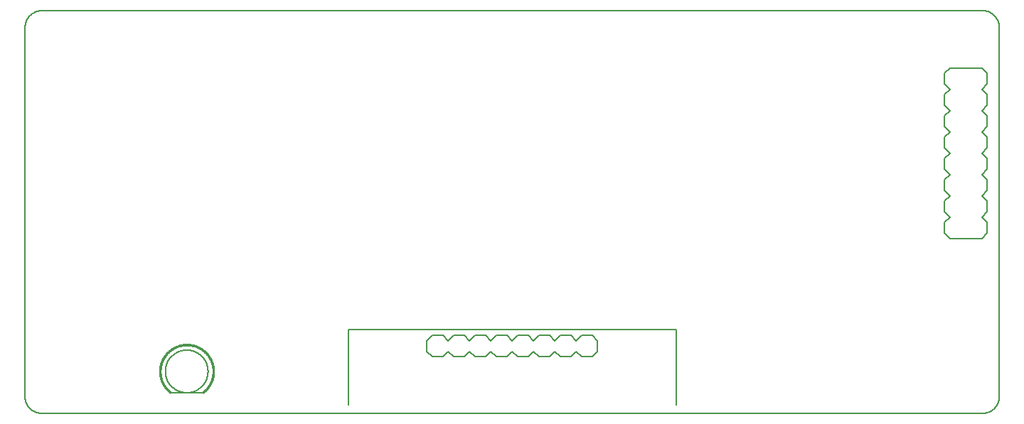
<source format=gbo>
G75*
%MOIN*%
%OFA0B0*%
%FSLAX25Y25*%
%IPPOS*%
%LPD*%
%AMOC8*
5,1,8,0,0,1.08239X$1,22.5*
%
%ADD10C,0.00591*%
%ADD11C,0.00600*%
%ADD12C,0.00800*%
%ADD13C,0.00100*%
D10*
X0009374Y0196177D02*
X0450319Y0196177D01*
X0450509Y0196179D01*
X0450699Y0196186D01*
X0450889Y0196198D01*
X0451079Y0196214D01*
X0451268Y0196234D01*
X0451457Y0196260D01*
X0451645Y0196289D01*
X0451832Y0196324D01*
X0452018Y0196363D01*
X0452203Y0196406D01*
X0452388Y0196454D01*
X0452571Y0196506D01*
X0452752Y0196562D01*
X0452932Y0196623D01*
X0453111Y0196689D01*
X0453288Y0196758D01*
X0453464Y0196832D01*
X0453637Y0196910D01*
X0453809Y0196993D01*
X0453978Y0197079D01*
X0454146Y0197169D01*
X0454311Y0197264D01*
X0454474Y0197362D01*
X0454634Y0197465D01*
X0454792Y0197571D01*
X0454947Y0197681D01*
X0455100Y0197794D01*
X0455250Y0197912D01*
X0455396Y0198033D01*
X0455540Y0198157D01*
X0455681Y0198285D01*
X0455819Y0198416D01*
X0455954Y0198551D01*
X0456085Y0198689D01*
X0456213Y0198830D01*
X0456337Y0198974D01*
X0456458Y0199120D01*
X0456576Y0199270D01*
X0456689Y0199423D01*
X0456799Y0199578D01*
X0456905Y0199736D01*
X0457008Y0199896D01*
X0457106Y0200059D01*
X0457201Y0200224D01*
X0457291Y0200392D01*
X0457377Y0200561D01*
X0457460Y0200733D01*
X0457538Y0200906D01*
X0457612Y0201082D01*
X0457681Y0201259D01*
X0457747Y0201438D01*
X0457808Y0201618D01*
X0457864Y0201799D01*
X0457916Y0201982D01*
X0457964Y0202167D01*
X0458007Y0202352D01*
X0458046Y0202538D01*
X0458081Y0202725D01*
X0458110Y0202913D01*
X0458136Y0203102D01*
X0458156Y0203291D01*
X0458172Y0203481D01*
X0458184Y0203671D01*
X0458191Y0203861D01*
X0458193Y0204051D01*
X0458193Y0377280D01*
X0458191Y0377470D01*
X0458184Y0377660D01*
X0458172Y0377850D01*
X0458156Y0378040D01*
X0458136Y0378229D01*
X0458110Y0378418D01*
X0458081Y0378606D01*
X0458046Y0378793D01*
X0458007Y0378979D01*
X0457964Y0379164D01*
X0457916Y0379349D01*
X0457864Y0379532D01*
X0457808Y0379713D01*
X0457747Y0379893D01*
X0457681Y0380072D01*
X0457612Y0380249D01*
X0457538Y0380425D01*
X0457460Y0380598D01*
X0457377Y0380770D01*
X0457291Y0380939D01*
X0457201Y0381107D01*
X0457106Y0381272D01*
X0457008Y0381435D01*
X0456905Y0381595D01*
X0456799Y0381753D01*
X0456689Y0381908D01*
X0456576Y0382061D01*
X0456458Y0382211D01*
X0456337Y0382357D01*
X0456213Y0382501D01*
X0456085Y0382642D01*
X0455954Y0382780D01*
X0455819Y0382915D01*
X0455681Y0383046D01*
X0455540Y0383174D01*
X0455396Y0383298D01*
X0455250Y0383419D01*
X0455100Y0383537D01*
X0454947Y0383650D01*
X0454792Y0383760D01*
X0454634Y0383866D01*
X0454474Y0383969D01*
X0454311Y0384067D01*
X0454146Y0384162D01*
X0453978Y0384252D01*
X0453809Y0384338D01*
X0453637Y0384421D01*
X0453464Y0384499D01*
X0453288Y0384573D01*
X0453111Y0384642D01*
X0452932Y0384708D01*
X0452752Y0384769D01*
X0452571Y0384825D01*
X0452388Y0384877D01*
X0452203Y0384925D01*
X0452018Y0384968D01*
X0451832Y0385007D01*
X0451645Y0385042D01*
X0451457Y0385071D01*
X0451268Y0385097D01*
X0451079Y0385117D01*
X0450889Y0385133D01*
X0450699Y0385145D01*
X0450509Y0385152D01*
X0450319Y0385154D01*
X0009374Y0385154D01*
X0009184Y0385152D01*
X0008994Y0385145D01*
X0008804Y0385133D01*
X0008614Y0385117D01*
X0008425Y0385097D01*
X0008236Y0385071D01*
X0008048Y0385042D01*
X0007861Y0385007D01*
X0007675Y0384968D01*
X0007490Y0384925D01*
X0007305Y0384877D01*
X0007122Y0384825D01*
X0006941Y0384769D01*
X0006761Y0384708D01*
X0006582Y0384642D01*
X0006405Y0384573D01*
X0006229Y0384499D01*
X0006056Y0384421D01*
X0005884Y0384338D01*
X0005715Y0384252D01*
X0005547Y0384162D01*
X0005382Y0384067D01*
X0005219Y0383969D01*
X0005059Y0383866D01*
X0004901Y0383760D01*
X0004746Y0383650D01*
X0004593Y0383537D01*
X0004443Y0383419D01*
X0004297Y0383298D01*
X0004153Y0383174D01*
X0004012Y0383046D01*
X0003874Y0382915D01*
X0003739Y0382780D01*
X0003608Y0382642D01*
X0003480Y0382501D01*
X0003356Y0382357D01*
X0003235Y0382211D01*
X0003117Y0382061D01*
X0003004Y0381908D01*
X0002894Y0381753D01*
X0002788Y0381595D01*
X0002685Y0381435D01*
X0002587Y0381272D01*
X0002492Y0381107D01*
X0002402Y0380939D01*
X0002316Y0380770D01*
X0002233Y0380598D01*
X0002155Y0380425D01*
X0002081Y0380249D01*
X0002012Y0380072D01*
X0001946Y0379893D01*
X0001885Y0379713D01*
X0001829Y0379532D01*
X0001777Y0379349D01*
X0001729Y0379164D01*
X0001686Y0378979D01*
X0001647Y0378793D01*
X0001612Y0378606D01*
X0001583Y0378418D01*
X0001557Y0378229D01*
X0001537Y0378040D01*
X0001521Y0377850D01*
X0001509Y0377660D01*
X0001502Y0377470D01*
X0001500Y0377280D01*
X0001500Y0204051D01*
X0001502Y0203861D01*
X0001509Y0203671D01*
X0001521Y0203481D01*
X0001537Y0203291D01*
X0001557Y0203102D01*
X0001583Y0202913D01*
X0001612Y0202725D01*
X0001647Y0202538D01*
X0001686Y0202352D01*
X0001729Y0202167D01*
X0001777Y0201982D01*
X0001829Y0201799D01*
X0001885Y0201618D01*
X0001946Y0201438D01*
X0002012Y0201259D01*
X0002081Y0201082D01*
X0002155Y0200906D01*
X0002233Y0200733D01*
X0002316Y0200561D01*
X0002402Y0200392D01*
X0002492Y0200224D01*
X0002587Y0200059D01*
X0002685Y0199896D01*
X0002788Y0199736D01*
X0002894Y0199578D01*
X0003004Y0199423D01*
X0003117Y0199270D01*
X0003235Y0199120D01*
X0003356Y0198974D01*
X0003480Y0198830D01*
X0003608Y0198689D01*
X0003739Y0198551D01*
X0003874Y0198416D01*
X0004012Y0198285D01*
X0004153Y0198157D01*
X0004297Y0198033D01*
X0004443Y0197912D01*
X0004593Y0197794D01*
X0004746Y0197681D01*
X0004901Y0197571D01*
X0005059Y0197465D01*
X0005219Y0197362D01*
X0005382Y0197264D01*
X0005547Y0197169D01*
X0005715Y0197079D01*
X0005884Y0196993D01*
X0006056Y0196910D01*
X0006229Y0196832D01*
X0006405Y0196758D01*
X0006582Y0196689D01*
X0006761Y0196623D01*
X0006941Y0196562D01*
X0007122Y0196506D01*
X0007305Y0196454D01*
X0007490Y0196406D01*
X0007675Y0196363D01*
X0007861Y0196324D01*
X0008048Y0196289D01*
X0008236Y0196260D01*
X0008425Y0196234D01*
X0008614Y0196214D01*
X0008804Y0196198D01*
X0008994Y0196186D01*
X0009184Y0196179D01*
X0009374Y0196177D01*
X0153075Y0200114D02*
X0153075Y0235547D01*
X0306618Y0235547D01*
X0306618Y0200114D01*
D11*
X0432445Y0280724D02*
X0432445Y0285724D01*
X0434945Y0288224D01*
X0432445Y0290724D01*
X0432445Y0295724D01*
X0434945Y0298224D01*
X0432445Y0300724D01*
X0432445Y0305724D01*
X0434945Y0308224D01*
X0432445Y0310724D01*
X0432445Y0315724D01*
X0434945Y0318224D01*
X0432445Y0320724D01*
X0432445Y0325724D01*
X0434945Y0328224D01*
X0432445Y0330724D01*
X0432445Y0335724D01*
X0434945Y0338224D01*
X0432445Y0340724D01*
X0432445Y0345724D01*
X0434945Y0348224D01*
X0432445Y0350724D01*
X0432445Y0355724D01*
X0434945Y0358224D01*
X0449945Y0358224D01*
X0452445Y0355724D01*
X0452445Y0350724D01*
X0449945Y0348224D01*
X0452445Y0345724D01*
X0452445Y0340724D01*
X0449945Y0338224D01*
X0452445Y0335724D01*
X0452445Y0330724D01*
X0449945Y0328224D01*
X0452445Y0325724D01*
X0452445Y0320724D01*
X0449945Y0318224D01*
X0452445Y0315724D01*
X0452445Y0310724D01*
X0449945Y0308224D01*
X0452445Y0305724D01*
X0452445Y0300724D01*
X0449945Y0298224D01*
X0452445Y0295724D01*
X0452445Y0290724D01*
X0449945Y0288224D01*
X0452445Y0285724D01*
X0452445Y0280724D01*
X0449945Y0278224D01*
X0434945Y0278224D01*
X0432445Y0280724D01*
X0067287Y0215862D02*
X0067290Y0216107D01*
X0067299Y0216353D01*
X0067314Y0216598D01*
X0067335Y0216842D01*
X0067362Y0217086D01*
X0067395Y0217329D01*
X0067434Y0217572D01*
X0067479Y0217813D01*
X0067530Y0218053D01*
X0067587Y0218292D01*
X0067649Y0218529D01*
X0067718Y0218765D01*
X0067792Y0218999D01*
X0067872Y0219231D01*
X0067957Y0219461D01*
X0068048Y0219689D01*
X0068145Y0219914D01*
X0068247Y0220138D01*
X0068355Y0220358D01*
X0068468Y0220576D01*
X0068586Y0220791D01*
X0068710Y0221003D01*
X0068838Y0221212D01*
X0068972Y0221418D01*
X0069111Y0221620D01*
X0069255Y0221819D01*
X0069404Y0222014D01*
X0069557Y0222206D01*
X0069715Y0222394D01*
X0069877Y0222578D01*
X0070045Y0222757D01*
X0070216Y0222933D01*
X0070392Y0223104D01*
X0070571Y0223272D01*
X0070755Y0223434D01*
X0070943Y0223592D01*
X0071135Y0223745D01*
X0071330Y0223894D01*
X0071529Y0224038D01*
X0071731Y0224177D01*
X0071937Y0224311D01*
X0072146Y0224439D01*
X0072358Y0224563D01*
X0072573Y0224681D01*
X0072791Y0224794D01*
X0073011Y0224902D01*
X0073235Y0225004D01*
X0073460Y0225101D01*
X0073688Y0225192D01*
X0073918Y0225277D01*
X0074150Y0225357D01*
X0074384Y0225431D01*
X0074620Y0225500D01*
X0074857Y0225562D01*
X0075096Y0225619D01*
X0075336Y0225670D01*
X0075577Y0225715D01*
X0075820Y0225754D01*
X0076063Y0225787D01*
X0076307Y0225814D01*
X0076551Y0225835D01*
X0076796Y0225850D01*
X0077042Y0225859D01*
X0077287Y0225862D01*
X0077532Y0225859D01*
X0077778Y0225850D01*
X0078023Y0225835D01*
X0078267Y0225814D01*
X0078511Y0225787D01*
X0078754Y0225754D01*
X0078997Y0225715D01*
X0079238Y0225670D01*
X0079478Y0225619D01*
X0079717Y0225562D01*
X0079954Y0225500D01*
X0080190Y0225431D01*
X0080424Y0225357D01*
X0080656Y0225277D01*
X0080886Y0225192D01*
X0081114Y0225101D01*
X0081339Y0225004D01*
X0081563Y0224902D01*
X0081783Y0224794D01*
X0082001Y0224681D01*
X0082216Y0224563D01*
X0082428Y0224439D01*
X0082637Y0224311D01*
X0082843Y0224177D01*
X0083045Y0224038D01*
X0083244Y0223894D01*
X0083439Y0223745D01*
X0083631Y0223592D01*
X0083819Y0223434D01*
X0084003Y0223272D01*
X0084182Y0223104D01*
X0084358Y0222933D01*
X0084529Y0222757D01*
X0084697Y0222578D01*
X0084859Y0222394D01*
X0085017Y0222206D01*
X0085170Y0222014D01*
X0085319Y0221819D01*
X0085463Y0221620D01*
X0085602Y0221418D01*
X0085736Y0221212D01*
X0085864Y0221003D01*
X0085988Y0220791D01*
X0086106Y0220576D01*
X0086219Y0220358D01*
X0086327Y0220138D01*
X0086429Y0219914D01*
X0086526Y0219689D01*
X0086617Y0219461D01*
X0086702Y0219231D01*
X0086782Y0218999D01*
X0086856Y0218765D01*
X0086925Y0218529D01*
X0086987Y0218292D01*
X0087044Y0218053D01*
X0087095Y0217813D01*
X0087140Y0217572D01*
X0087179Y0217329D01*
X0087212Y0217086D01*
X0087239Y0216842D01*
X0087260Y0216598D01*
X0087275Y0216353D01*
X0087284Y0216107D01*
X0087287Y0215862D01*
X0087284Y0215617D01*
X0087275Y0215371D01*
X0087260Y0215126D01*
X0087239Y0214882D01*
X0087212Y0214638D01*
X0087179Y0214395D01*
X0087140Y0214152D01*
X0087095Y0213911D01*
X0087044Y0213671D01*
X0086987Y0213432D01*
X0086925Y0213195D01*
X0086856Y0212959D01*
X0086782Y0212725D01*
X0086702Y0212493D01*
X0086617Y0212263D01*
X0086526Y0212035D01*
X0086429Y0211810D01*
X0086327Y0211586D01*
X0086219Y0211366D01*
X0086106Y0211148D01*
X0085988Y0210933D01*
X0085864Y0210721D01*
X0085736Y0210512D01*
X0085602Y0210306D01*
X0085463Y0210104D01*
X0085319Y0209905D01*
X0085170Y0209710D01*
X0085017Y0209518D01*
X0084859Y0209330D01*
X0084697Y0209146D01*
X0084529Y0208967D01*
X0084358Y0208791D01*
X0084182Y0208620D01*
X0084003Y0208452D01*
X0083819Y0208290D01*
X0083631Y0208132D01*
X0083439Y0207979D01*
X0083244Y0207830D01*
X0083045Y0207686D01*
X0082843Y0207547D01*
X0082637Y0207413D01*
X0082428Y0207285D01*
X0082216Y0207161D01*
X0082001Y0207043D01*
X0081783Y0206930D01*
X0081563Y0206822D01*
X0081339Y0206720D01*
X0081114Y0206623D01*
X0080886Y0206532D01*
X0080656Y0206447D01*
X0080424Y0206367D01*
X0080190Y0206293D01*
X0079954Y0206224D01*
X0079717Y0206162D01*
X0079478Y0206105D01*
X0079238Y0206054D01*
X0078997Y0206009D01*
X0078754Y0205970D01*
X0078511Y0205937D01*
X0078267Y0205910D01*
X0078023Y0205889D01*
X0077778Y0205874D01*
X0077532Y0205865D01*
X0077287Y0205862D01*
X0077042Y0205865D01*
X0076796Y0205874D01*
X0076551Y0205889D01*
X0076307Y0205910D01*
X0076063Y0205937D01*
X0075820Y0205970D01*
X0075577Y0206009D01*
X0075336Y0206054D01*
X0075096Y0206105D01*
X0074857Y0206162D01*
X0074620Y0206224D01*
X0074384Y0206293D01*
X0074150Y0206367D01*
X0073918Y0206447D01*
X0073688Y0206532D01*
X0073460Y0206623D01*
X0073235Y0206720D01*
X0073011Y0206822D01*
X0072791Y0206930D01*
X0072573Y0207043D01*
X0072358Y0207161D01*
X0072146Y0207285D01*
X0071937Y0207413D01*
X0071731Y0207547D01*
X0071529Y0207686D01*
X0071330Y0207830D01*
X0071135Y0207979D01*
X0070943Y0208132D01*
X0070755Y0208290D01*
X0070571Y0208452D01*
X0070392Y0208620D01*
X0070216Y0208791D01*
X0070045Y0208967D01*
X0069877Y0209146D01*
X0069715Y0209330D01*
X0069557Y0209518D01*
X0069404Y0209710D01*
X0069255Y0209905D01*
X0069111Y0210104D01*
X0068972Y0210306D01*
X0068838Y0210512D01*
X0068710Y0210721D01*
X0068586Y0210933D01*
X0068468Y0211148D01*
X0068355Y0211366D01*
X0068247Y0211586D01*
X0068145Y0211810D01*
X0068048Y0212035D01*
X0067957Y0212263D01*
X0067872Y0212493D01*
X0067792Y0212725D01*
X0067718Y0212959D01*
X0067649Y0213195D01*
X0067587Y0213432D01*
X0067530Y0213671D01*
X0067479Y0213911D01*
X0067434Y0214152D01*
X0067395Y0214395D01*
X0067362Y0214638D01*
X0067335Y0214882D01*
X0067314Y0215126D01*
X0067299Y0215371D01*
X0067290Y0215617D01*
X0067287Y0215862D01*
D12*
X0069787Y0205862D02*
X0084787Y0205862D01*
X0189846Y0225173D02*
X0189846Y0230173D01*
X0192346Y0232673D01*
X0197346Y0232673D01*
X0199846Y0230173D01*
X0202346Y0232673D01*
X0207346Y0232673D01*
X0209846Y0230173D01*
X0212346Y0232673D01*
X0217346Y0232673D01*
X0219846Y0230173D01*
X0222346Y0232673D01*
X0227346Y0232673D01*
X0229846Y0230173D01*
X0232346Y0232673D01*
X0237346Y0232673D01*
X0239846Y0230173D01*
X0242346Y0232673D01*
X0247346Y0232673D01*
X0249846Y0230173D01*
X0252346Y0232673D01*
X0257346Y0232673D01*
X0259846Y0230173D01*
X0262346Y0232673D01*
X0267346Y0232673D01*
X0269846Y0230173D01*
X0269846Y0225173D01*
X0267346Y0222673D01*
X0262346Y0222673D01*
X0259846Y0225173D01*
X0257346Y0222673D01*
X0252346Y0222673D01*
X0249846Y0225173D01*
X0247346Y0222673D01*
X0242346Y0222673D01*
X0239846Y0225173D01*
X0237346Y0222673D01*
X0232346Y0222673D01*
X0229846Y0225173D01*
X0227346Y0222673D01*
X0222346Y0222673D01*
X0219846Y0225173D01*
X0217346Y0222673D01*
X0212346Y0222673D01*
X0209846Y0225173D01*
X0207346Y0222673D01*
X0202346Y0222673D01*
X0199846Y0225173D01*
X0197346Y0222673D01*
X0192346Y0222673D01*
X0189846Y0225173D01*
D13*
X0085096Y0205533D02*
X0084556Y0206253D01*
X0084557Y0206252D02*
X0084790Y0206433D01*
X0085018Y0206619D01*
X0085242Y0206811D01*
X0085461Y0207008D01*
X0085675Y0207210D01*
X0085884Y0207418D01*
X0086087Y0207631D01*
X0086286Y0207848D01*
X0086479Y0208071D01*
X0086667Y0208298D01*
X0086849Y0208529D01*
X0087026Y0208765D01*
X0087196Y0209006D01*
X0087361Y0209250D01*
X0087519Y0209498D01*
X0087672Y0209750D01*
X0087818Y0210006D01*
X0087958Y0210265D01*
X0088092Y0210528D01*
X0088219Y0210793D01*
X0088340Y0211062D01*
X0088454Y0211334D01*
X0088561Y0211608D01*
X0088662Y0211885D01*
X0088756Y0212164D01*
X0088843Y0212446D01*
X0088923Y0212729D01*
X0088996Y0213015D01*
X0089062Y0213302D01*
X0089121Y0213591D01*
X0089173Y0213881D01*
X0089218Y0214172D01*
X0089256Y0214464D01*
X0089286Y0214757D01*
X0089310Y0215051D01*
X0089326Y0215345D01*
X0089335Y0215639D01*
X0089337Y0215934D01*
X0089331Y0216229D01*
X0089319Y0216523D01*
X0089299Y0216817D01*
X0089272Y0217110D01*
X0089238Y0217403D01*
X0089197Y0217695D01*
X0089148Y0217985D01*
X0089093Y0218275D01*
X0089031Y0218562D01*
X0088961Y0218849D01*
X0088884Y0219133D01*
X0088801Y0219416D01*
X0088711Y0219696D01*
X0088614Y0219974D01*
X0088510Y0220250D01*
X0088399Y0220523D01*
X0088282Y0220793D01*
X0088158Y0221061D01*
X0088028Y0221325D01*
X0087891Y0221586D01*
X0087748Y0221843D01*
X0087598Y0222097D01*
X0087443Y0222348D01*
X0087281Y0222594D01*
X0087114Y0222836D01*
X0086940Y0223074D01*
X0086761Y0223308D01*
X0086576Y0223538D01*
X0086386Y0223762D01*
X0086190Y0223983D01*
X0085989Y0224198D01*
X0085782Y0224408D01*
X0085571Y0224613D01*
X0085354Y0224813D01*
X0085133Y0225008D01*
X0084907Y0225197D01*
X0084677Y0225380D01*
X0084442Y0225558D01*
X0084202Y0225730D01*
X0083959Y0225896D01*
X0083712Y0226056D01*
X0083461Y0226210D01*
X0083206Y0226358D01*
X0082947Y0226500D01*
X0082686Y0226635D01*
X0082421Y0226764D01*
X0082153Y0226886D01*
X0081882Y0227002D01*
X0081608Y0227111D01*
X0081332Y0227213D01*
X0081053Y0227308D01*
X0080772Y0227397D01*
X0080489Y0227479D01*
X0080204Y0227554D01*
X0079917Y0227621D01*
X0079629Y0227682D01*
X0079339Y0227736D01*
X0079048Y0227783D01*
X0078756Y0227822D01*
X0078464Y0227854D01*
X0078170Y0227880D01*
X0077876Y0227898D01*
X0077582Y0227908D01*
X0077287Y0227912D01*
X0076992Y0227908D01*
X0076698Y0227898D01*
X0076404Y0227880D01*
X0076110Y0227854D01*
X0075818Y0227822D01*
X0075526Y0227783D01*
X0075235Y0227736D01*
X0074945Y0227682D01*
X0074657Y0227621D01*
X0074370Y0227554D01*
X0074085Y0227479D01*
X0073802Y0227397D01*
X0073521Y0227308D01*
X0073242Y0227213D01*
X0072966Y0227111D01*
X0072692Y0227002D01*
X0072421Y0226886D01*
X0072153Y0226764D01*
X0071888Y0226635D01*
X0071627Y0226500D01*
X0071368Y0226358D01*
X0071113Y0226210D01*
X0070862Y0226056D01*
X0070615Y0225896D01*
X0070372Y0225730D01*
X0070132Y0225558D01*
X0069897Y0225380D01*
X0069667Y0225197D01*
X0069441Y0225008D01*
X0069220Y0224813D01*
X0069003Y0224613D01*
X0068792Y0224408D01*
X0068585Y0224198D01*
X0068384Y0223983D01*
X0068188Y0223762D01*
X0067998Y0223538D01*
X0067813Y0223308D01*
X0067634Y0223074D01*
X0067460Y0222836D01*
X0067293Y0222594D01*
X0067131Y0222348D01*
X0066976Y0222097D01*
X0066826Y0221843D01*
X0066683Y0221586D01*
X0066546Y0221325D01*
X0066416Y0221061D01*
X0066292Y0220793D01*
X0066175Y0220523D01*
X0066064Y0220250D01*
X0065960Y0219974D01*
X0065863Y0219696D01*
X0065773Y0219416D01*
X0065690Y0219133D01*
X0065613Y0218849D01*
X0065543Y0218562D01*
X0065481Y0218275D01*
X0065426Y0217985D01*
X0065377Y0217695D01*
X0065336Y0217403D01*
X0065302Y0217110D01*
X0065275Y0216817D01*
X0065255Y0216523D01*
X0065243Y0216229D01*
X0065237Y0215934D01*
X0065239Y0215639D01*
X0065248Y0215345D01*
X0065264Y0215051D01*
X0065288Y0214757D01*
X0065318Y0214464D01*
X0065356Y0214172D01*
X0065401Y0213881D01*
X0065453Y0213591D01*
X0065512Y0213302D01*
X0065578Y0213015D01*
X0065651Y0212729D01*
X0065731Y0212446D01*
X0065818Y0212164D01*
X0065912Y0211885D01*
X0066013Y0211608D01*
X0066120Y0211334D01*
X0066234Y0211062D01*
X0066355Y0210793D01*
X0066482Y0210528D01*
X0066616Y0210265D01*
X0066756Y0210006D01*
X0066902Y0209750D01*
X0067055Y0209498D01*
X0067213Y0209250D01*
X0067378Y0209006D01*
X0067548Y0208765D01*
X0067725Y0208529D01*
X0067907Y0208298D01*
X0068095Y0208071D01*
X0068288Y0207848D01*
X0068487Y0207631D01*
X0068690Y0207418D01*
X0068899Y0207210D01*
X0069113Y0207008D01*
X0069332Y0206811D01*
X0069556Y0206619D01*
X0069784Y0206433D01*
X0070017Y0206252D01*
X0069478Y0205533D01*
X0069477Y0205532D01*
X0069227Y0205726D01*
X0068981Y0205926D01*
X0068741Y0206132D01*
X0068506Y0206344D01*
X0068276Y0206562D01*
X0068051Y0206785D01*
X0067832Y0207013D01*
X0067618Y0207247D01*
X0067410Y0207486D01*
X0067208Y0207730D01*
X0067013Y0207979D01*
X0066823Y0208233D01*
X0066640Y0208491D01*
X0066463Y0208753D01*
X0066292Y0209020D01*
X0066128Y0209291D01*
X0065971Y0209566D01*
X0065820Y0209844D01*
X0065676Y0210127D01*
X0065540Y0210412D01*
X0065410Y0210701D01*
X0065287Y0210993D01*
X0065172Y0211288D01*
X0065064Y0211585D01*
X0064963Y0211886D01*
X0064869Y0212188D01*
X0064783Y0212493D01*
X0064704Y0212800D01*
X0064633Y0213108D01*
X0064570Y0213418D01*
X0064514Y0213730D01*
X0064465Y0214043D01*
X0064425Y0214357D01*
X0064392Y0214672D01*
X0064367Y0214988D01*
X0064349Y0215304D01*
X0064339Y0215620D01*
X0064337Y0215937D01*
X0064343Y0216254D01*
X0064356Y0216570D01*
X0064378Y0216886D01*
X0064406Y0217201D01*
X0064443Y0217516D01*
X0064487Y0217829D01*
X0064539Y0218142D01*
X0064599Y0218453D01*
X0064666Y0218762D01*
X0064741Y0219070D01*
X0064823Y0219376D01*
X0064912Y0219679D01*
X0065009Y0219981D01*
X0065114Y0220280D01*
X0065226Y0220576D01*
X0065344Y0220870D01*
X0065470Y0221160D01*
X0065603Y0221447D01*
X0065744Y0221732D01*
X0065891Y0222012D01*
X0066044Y0222289D01*
X0066205Y0222562D01*
X0066372Y0222831D01*
X0066546Y0223096D01*
X0066726Y0223356D01*
X0066912Y0223612D01*
X0067105Y0223863D01*
X0067303Y0224110D01*
X0067508Y0224352D01*
X0067718Y0224588D01*
X0067935Y0224820D01*
X0068157Y0225045D01*
X0068384Y0225266D01*
X0068616Y0225481D01*
X0068854Y0225690D01*
X0069097Y0225893D01*
X0069345Y0226091D01*
X0069597Y0226282D01*
X0069854Y0226467D01*
X0070116Y0226645D01*
X0070382Y0226817D01*
X0070651Y0226983D01*
X0070925Y0227142D01*
X0071203Y0227294D01*
X0071484Y0227439D01*
X0071769Y0227578D01*
X0072057Y0227709D01*
X0072349Y0227833D01*
X0072643Y0227951D01*
X0072940Y0228061D01*
X0073239Y0228163D01*
X0073541Y0228258D01*
X0073845Y0228346D01*
X0074152Y0228427D01*
X0074460Y0228500D01*
X0074770Y0228565D01*
X0075081Y0228623D01*
X0075394Y0228673D01*
X0075708Y0228715D01*
X0076022Y0228750D01*
X0076338Y0228777D01*
X0076654Y0228797D01*
X0076970Y0228808D01*
X0077287Y0228812D01*
X0077604Y0228808D01*
X0077920Y0228797D01*
X0078236Y0228777D01*
X0078552Y0228750D01*
X0078866Y0228715D01*
X0079180Y0228673D01*
X0079493Y0228623D01*
X0079804Y0228565D01*
X0080114Y0228500D01*
X0080422Y0228427D01*
X0080729Y0228346D01*
X0081033Y0228258D01*
X0081335Y0228163D01*
X0081634Y0228061D01*
X0081931Y0227951D01*
X0082225Y0227833D01*
X0082517Y0227709D01*
X0082805Y0227578D01*
X0083090Y0227439D01*
X0083371Y0227294D01*
X0083649Y0227142D01*
X0083923Y0226983D01*
X0084192Y0226817D01*
X0084458Y0226645D01*
X0084720Y0226467D01*
X0084977Y0226282D01*
X0085229Y0226091D01*
X0085477Y0225893D01*
X0085720Y0225690D01*
X0085958Y0225481D01*
X0086190Y0225266D01*
X0086417Y0225045D01*
X0086639Y0224820D01*
X0086856Y0224588D01*
X0087066Y0224352D01*
X0087271Y0224110D01*
X0087469Y0223863D01*
X0087662Y0223612D01*
X0087848Y0223356D01*
X0088028Y0223096D01*
X0088202Y0222831D01*
X0088369Y0222562D01*
X0088530Y0222289D01*
X0088683Y0222012D01*
X0088830Y0221732D01*
X0088971Y0221447D01*
X0089104Y0221160D01*
X0089230Y0220870D01*
X0089348Y0220576D01*
X0089460Y0220280D01*
X0089565Y0219981D01*
X0089662Y0219679D01*
X0089751Y0219376D01*
X0089833Y0219070D01*
X0089908Y0218762D01*
X0089975Y0218453D01*
X0090035Y0218142D01*
X0090087Y0217829D01*
X0090131Y0217516D01*
X0090168Y0217201D01*
X0090196Y0216886D01*
X0090218Y0216570D01*
X0090231Y0216254D01*
X0090237Y0215937D01*
X0090235Y0215620D01*
X0090225Y0215304D01*
X0090207Y0214988D01*
X0090182Y0214672D01*
X0090149Y0214357D01*
X0090109Y0214043D01*
X0090060Y0213730D01*
X0090004Y0213418D01*
X0089941Y0213108D01*
X0089870Y0212800D01*
X0089791Y0212493D01*
X0089705Y0212188D01*
X0089611Y0211886D01*
X0089510Y0211585D01*
X0089402Y0211288D01*
X0089287Y0210993D01*
X0089164Y0210701D01*
X0089034Y0210412D01*
X0088898Y0210127D01*
X0088754Y0209844D01*
X0088603Y0209566D01*
X0088446Y0209291D01*
X0088282Y0209020D01*
X0088111Y0208753D01*
X0087934Y0208491D01*
X0087751Y0208233D01*
X0087561Y0207979D01*
X0087366Y0207730D01*
X0087164Y0207486D01*
X0086956Y0207247D01*
X0086742Y0207013D01*
X0086523Y0206785D01*
X0086298Y0206562D01*
X0086068Y0206344D01*
X0085833Y0206132D01*
X0085593Y0205926D01*
X0085347Y0205726D01*
X0085097Y0205532D01*
X0085041Y0205607D01*
X0085289Y0205800D01*
X0085533Y0205999D01*
X0085771Y0206203D01*
X0086005Y0206413D01*
X0086233Y0206629D01*
X0086456Y0206851D01*
X0086674Y0207078D01*
X0086886Y0207310D01*
X0087092Y0207547D01*
X0087293Y0207789D01*
X0087487Y0208037D01*
X0087675Y0208288D01*
X0087857Y0208545D01*
X0088033Y0208805D01*
X0088202Y0209070D01*
X0088365Y0209339D01*
X0088521Y0209612D01*
X0088671Y0209888D01*
X0088813Y0210168D01*
X0088949Y0210452D01*
X0089078Y0210739D01*
X0089200Y0211029D01*
X0089314Y0211321D01*
X0089422Y0211617D01*
X0089522Y0211915D01*
X0089615Y0212215D01*
X0089700Y0212518D01*
X0089778Y0212822D01*
X0089849Y0213128D01*
X0089912Y0213436D01*
X0089968Y0213746D01*
X0090016Y0214056D01*
X0090056Y0214368D01*
X0090089Y0214681D01*
X0090114Y0214994D01*
X0090131Y0215308D01*
X0090141Y0215622D01*
X0090143Y0215937D01*
X0090137Y0216251D01*
X0090124Y0216565D01*
X0090103Y0216879D01*
X0090074Y0217192D01*
X0090038Y0217504D01*
X0089994Y0217815D01*
X0089942Y0218125D01*
X0089883Y0218434D01*
X0089816Y0218741D01*
X0089742Y0219047D01*
X0089661Y0219350D01*
X0089572Y0219652D01*
X0089475Y0219951D01*
X0089372Y0220248D01*
X0089261Y0220542D01*
X0089143Y0220833D01*
X0089018Y0221122D01*
X0088886Y0221407D01*
X0088747Y0221689D01*
X0088601Y0221967D01*
X0088448Y0222242D01*
X0088289Y0222513D01*
X0088123Y0222780D01*
X0087950Y0223043D01*
X0087772Y0223302D01*
X0087587Y0223556D01*
X0087395Y0223805D01*
X0087198Y0224050D01*
X0086995Y0224290D01*
X0086786Y0224525D01*
X0086571Y0224755D01*
X0086351Y0224979D01*
X0086126Y0225198D01*
X0085895Y0225411D01*
X0085659Y0225619D01*
X0085417Y0225821D01*
X0085172Y0226016D01*
X0084921Y0226206D01*
X0084666Y0226390D01*
X0084406Y0226567D01*
X0084142Y0226738D01*
X0083874Y0226902D01*
X0083602Y0227060D01*
X0083327Y0227211D01*
X0083047Y0227355D01*
X0082765Y0227493D01*
X0082479Y0227623D01*
X0082190Y0227747D01*
X0081897Y0227863D01*
X0081603Y0227972D01*
X0081305Y0228074D01*
X0081006Y0228168D01*
X0080703Y0228256D01*
X0080399Y0228336D01*
X0080094Y0228408D01*
X0079786Y0228473D01*
X0079477Y0228530D01*
X0079166Y0228580D01*
X0078855Y0228622D01*
X0078542Y0228657D01*
X0078229Y0228683D01*
X0077915Y0228703D01*
X0077601Y0228714D01*
X0077287Y0228718D01*
X0076973Y0228714D01*
X0076659Y0228703D01*
X0076345Y0228683D01*
X0076032Y0228657D01*
X0075719Y0228622D01*
X0075408Y0228580D01*
X0075097Y0228530D01*
X0074788Y0228473D01*
X0074480Y0228408D01*
X0074175Y0228336D01*
X0073871Y0228256D01*
X0073568Y0228168D01*
X0073269Y0228074D01*
X0072971Y0227972D01*
X0072677Y0227863D01*
X0072384Y0227747D01*
X0072095Y0227623D01*
X0071809Y0227493D01*
X0071527Y0227355D01*
X0071247Y0227211D01*
X0070972Y0227060D01*
X0070700Y0226902D01*
X0070432Y0226738D01*
X0070168Y0226567D01*
X0069908Y0226390D01*
X0069653Y0226206D01*
X0069402Y0226016D01*
X0069157Y0225821D01*
X0068915Y0225619D01*
X0068679Y0225411D01*
X0068448Y0225198D01*
X0068223Y0224979D01*
X0068003Y0224755D01*
X0067788Y0224525D01*
X0067579Y0224290D01*
X0067376Y0224050D01*
X0067179Y0223805D01*
X0066987Y0223556D01*
X0066802Y0223302D01*
X0066624Y0223043D01*
X0066451Y0222780D01*
X0066285Y0222513D01*
X0066126Y0222242D01*
X0065973Y0221967D01*
X0065827Y0221689D01*
X0065688Y0221407D01*
X0065556Y0221122D01*
X0065431Y0220833D01*
X0065313Y0220542D01*
X0065202Y0220248D01*
X0065099Y0219951D01*
X0065002Y0219652D01*
X0064913Y0219350D01*
X0064832Y0219047D01*
X0064758Y0218741D01*
X0064691Y0218434D01*
X0064632Y0218125D01*
X0064580Y0217815D01*
X0064536Y0217504D01*
X0064500Y0217192D01*
X0064471Y0216879D01*
X0064450Y0216565D01*
X0064437Y0216251D01*
X0064431Y0215937D01*
X0064433Y0215622D01*
X0064443Y0215308D01*
X0064460Y0214994D01*
X0064485Y0214681D01*
X0064518Y0214368D01*
X0064558Y0214056D01*
X0064606Y0213746D01*
X0064662Y0213436D01*
X0064725Y0213128D01*
X0064796Y0212822D01*
X0064874Y0212518D01*
X0064959Y0212215D01*
X0065052Y0211915D01*
X0065152Y0211617D01*
X0065260Y0211321D01*
X0065374Y0211029D01*
X0065496Y0210739D01*
X0065625Y0210452D01*
X0065761Y0210168D01*
X0065903Y0209888D01*
X0066053Y0209612D01*
X0066209Y0209339D01*
X0066372Y0209070D01*
X0066541Y0208805D01*
X0066717Y0208545D01*
X0066899Y0208288D01*
X0067087Y0208037D01*
X0067281Y0207789D01*
X0067482Y0207547D01*
X0067688Y0207310D01*
X0067900Y0207078D01*
X0068118Y0206851D01*
X0068341Y0206629D01*
X0068569Y0206413D01*
X0068803Y0206203D01*
X0069041Y0205999D01*
X0069285Y0205800D01*
X0069533Y0205607D01*
X0069590Y0205682D01*
X0069343Y0205874D01*
X0069101Y0206071D01*
X0068864Y0206274D01*
X0068633Y0206483D01*
X0068406Y0206697D01*
X0068184Y0206917D01*
X0067968Y0207142D01*
X0067758Y0207373D01*
X0067553Y0207608D01*
X0067354Y0207849D01*
X0067161Y0208094D01*
X0066975Y0208344D01*
X0066794Y0208598D01*
X0066619Y0208857D01*
X0066451Y0209120D01*
X0066290Y0209387D01*
X0066135Y0209658D01*
X0065986Y0209932D01*
X0065845Y0210210D01*
X0065710Y0210492D01*
X0065582Y0210776D01*
X0065461Y0211064D01*
X0065347Y0211355D01*
X0065241Y0211648D01*
X0065141Y0211944D01*
X0065049Y0212242D01*
X0064964Y0212542D01*
X0064887Y0212845D01*
X0064817Y0213149D01*
X0064754Y0213454D01*
X0064699Y0213761D01*
X0064651Y0214070D01*
X0064611Y0214379D01*
X0064579Y0214690D01*
X0064554Y0215001D01*
X0064537Y0215312D01*
X0064527Y0215624D01*
X0064525Y0215936D01*
X0064531Y0216248D01*
X0064544Y0216560D01*
X0064565Y0216871D01*
X0064593Y0217182D01*
X0064630Y0217492D01*
X0064673Y0217801D01*
X0064724Y0218109D01*
X0064783Y0218416D01*
X0064849Y0218720D01*
X0064923Y0219024D01*
X0065004Y0219325D01*
X0065092Y0219624D01*
X0065188Y0219921D01*
X0065291Y0220216D01*
X0065401Y0220508D01*
X0065518Y0220797D01*
X0065642Y0221084D01*
X0065773Y0221367D01*
X0065911Y0221647D01*
X0066056Y0221923D01*
X0066208Y0222196D01*
X0066366Y0222465D01*
X0066531Y0222730D01*
X0066702Y0222991D01*
X0066879Y0223247D01*
X0067063Y0223500D01*
X0067253Y0223747D01*
X0067448Y0223990D01*
X0067650Y0224229D01*
X0067858Y0224462D01*
X0068071Y0224690D01*
X0068289Y0224912D01*
X0068513Y0225130D01*
X0068742Y0225341D01*
X0068977Y0225547D01*
X0069216Y0225748D01*
X0069460Y0225942D01*
X0069709Y0226130D01*
X0069962Y0226313D01*
X0070220Y0226489D01*
X0070482Y0226658D01*
X0070748Y0226821D01*
X0071018Y0226978D01*
X0071292Y0227128D01*
X0071569Y0227271D01*
X0071849Y0227408D01*
X0072133Y0227537D01*
X0072420Y0227660D01*
X0072710Y0227775D01*
X0073003Y0227883D01*
X0073298Y0227985D01*
X0073596Y0228079D01*
X0073896Y0228165D01*
X0074197Y0228244D01*
X0074501Y0228316D01*
X0074806Y0228381D01*
X0075113Y0228438D01*
X0075421Y0228487D01*
X0075731Y0228529D01*
X0076041Y0228563D01*
X0076352Y0228590D01*
X0076663Y0228609D01*
X0076975Y0228620D01*
X0077287Y0228624D01*
X0077599Y0228620D01*
X0077911Y0228609D01*
X0078222Y0228590D01*
X0078533Y0228563D01*
X0078843Y0228529D01*
X0079153Y0228487D01*
X0079461Y0228438D01*
X0079768Y0228381D01*
X0080073Y0228316D01*
X0080377Y0228244D01*
X0080678Y0228165D01*
X0080978Y0228079D01*
X0081276Y0227985D01*
X0081571Y0227883D01*
X0081864Y0227775D01*
X0082154Y0227660D01*
X0082441Y0227537D01*
X0082725Y0227408D01*
X0083005Y0227271D01*
X0083282Y0227128D01*
X0083556Y0226978D01*
X0083826Y0226821D01*
X0084092Y0226658D01*
X0084354Y0226489D01*
X0084612Y0226313D01*
X0084865Y0226130D01*
X0085114Y0225942D01*
X0085358Y0225748D01*
X0085597Y0225547D01*
X0085832Y0225341D01*
X0086061Y0225130D01*
X0086285Y0224912D01*
X0086503Y0224690D01*
X0086716Y0224462D01*
X0086924Y0224229D01*
X0087126Y0223990D01*
X0087321Y0223747D01*
X0087511Y0223500D01*
X0087695Y0223247D01*
X0087872Y0222991D01*
X0088043Y0222730D01*
X0088208Y0222465D01*
X0088366Y0222196D01*
X0088518Y0221923D01*
X0088663Y0221647D01*
X0088801Y0221367D01*
X0088932Y0221084D01*
X0089056Y0220797D01*
X0089173Y0220508D01*
X0089283Y0220216D01*
X0089386Y0219921D01*
X0089482Y0219624D01*
X0089570Y0219325D01*
X0089651Y0219024D01*
X0089725Y0218720D01*
X0089791Y0218416D01*
X0089850Y0218109D01*
X0089901Y0217801D01*
X0089944Y0217492D01*
X0089981Y0217182D01*
X0090009Y0216871D01*
X0090030Y0216560D01*
X0090043Y0216248D01*
X0090049Y0215936D01*
X0090047Y0215624D01*
X0090037Y0215312D01*
X0090020Y0215001D01*
X0089995Y0214690D01*
X0089963Y0214379D01*
X0089923Y0214070D01*
X0089875Y0213761D01*
X0089820Y0213454D01*
X0089757Y0213149D01*
X0089687Y0212845D01*
X0089610Y0212542D01*
X0089525Y0212242D01*
X0089433Y0211944D01*
X0089333Y0211648D01*
X0089227Y0211355D01*
X0089113Y0211064D01*
X0088992Y0210776D01*
X0088864Y0210492D01*
X0088729Y0210210D01*
X0088588Y0209932D01*
X0088439Y0209658D01*
X0088284Y0209387D01*
X0088123Y0209120D01*
X0087955Y0208857D01*
X0087780Y0208598D01*
X0087599Y0208344D01*
X0087413Y0208094D01*
X0087220Y0207849D01*
X0087021Y0207608D01*
X0086816Y0207373D01*
X0086606Y0207142D01*
X0086390Y0206917D01*
X0086168Y0206697D01*
X0085941Y0206483D01*
X0085710Y0206274D01*
X0085473Y0206071D01*
X0085231Y0205874D01*
X0084984Y0205682D01*
X0084928Y0205758D01*
X0085173Y0205948D01*
X0085413Y0206143D01*
X0085648Y0206345D01*
X0085878Y0206552D01*
X0086103Y0206765D01*
X0086323Y0206983D01*
X0086537Y0207207D01*
X0086746Y0207436D01*
X0086949Y0207669D01*
X0087147Y0207908D01*
X0087338Y0208151D01*
X0087524Y0208400D01*
X0087703Y0208652D01*
X0087876Y0208909D01*
X0088043Y0209170D01*
X0088204Y0209435D01*
X0088357Y0209704D01*
X0088505Y0209976D01*
X0088645Y0210252D01*
X0088779Y0210532D01*
X0088906Y0210814D01*
X0089026Y0211100D01*
X0089139Y0211388D01*
X0089245Y0211679D01*
X0089343Y0211973D01*
X0089435Y0212269D01*
X0089519Y0212567D01*
X0089596Y0212867D01*
X0089665Y0213169D01*
X0089728Y0213472D01*
X0089782Y0213777D01*
X0089830Y0214083D01*
X0089869Y0214391D01*
X0089901Y0214699D01*
X0089926Y0215007D01*
X0089943Y0215317D01*
X0089953Y0215626D01*
X0089955Y0215936D01*
X0089949Y0216246D01*
X0089936Y0216555D01*
X0089915Y0216864D01*
X0089887Y0217173D01*
X0089851Y0217480D01*
X0089808Y0217787D01*
X0089757Y0218093D01*
X0089699Y0218397D01*
X0089633Y0218700D01*
X0089560Y0219001D01*
X0089480Y0219300D01*
X0089392Y0219597D01*
X0089297Y0219892D01*
X0089195Y0220184D01*
X0089086Y0220474D01*
X0088969Y0220761D01*
X0088846Y0221045D01*
X0088716Y0221326D01*
X0088579Y0221604D01*
X0088435Y0221878D01*
X0088285Y0222149D01*
X0088128Y0222416D01*
X0087964Y0222679D01*
X0087794Y0222938D01*
X0087618Y0223193D01*
X0087436Y0223444D01*
X0087247Y0223689D01*
X0087053Y0223931D01*
X0086853Y0224167D01*
X0086647Y0224398D01*
X0086435Y0224625D01*
X0086218Y0224846D01*
X0085996Y0225061D01*
X0085769Y0225272D01*
X0085536Y0225476D01*
X0085298Y0225675D01*
X0085056Y0225868D01*
X0084809Y0226055D01*
X0084558Y0226236D01*
X0084302Y0226410D01*
X0084042Y0226579D01*
X0083778Y0226741D01*
X0083510Y0226896D01*
X0083238Y0227045D01*
X0082963Y0227187D01*
X0082684Y0227323D01*
X0082403Y0227451D01*
X0082118Y0227573D01*
X0081830Y0227687D01*
X0081539Y0227795D01*
X0081246Y0227895D01*
X0080951Y0227989D01*
X0080653Y0228075D01*
X0080354Y0228153D01*
X0080052Y0228224D01*
X0079749Y0228288D01*
X0079445Y0228345D01*
X0079139Y0228394D01*
X0078832Y0228435D01*
X0078524Y0228469D01*
X0078215Y0228496D01*
X0077906Y0228515D01*
X0077597Y0228526D01*
X0077287Y0228530D01*
X0076977Y0228526D01*
X0076668Y0228515D01*
X0076359Y0228496D01*
X0076050Y0228469D01*
X0075742Y0228435D01*
X0075435Y0228394D01*
X0075129Y0228345D01*
X0074825Y0228288D01*
X0074522Y0228224D01*
X0074220Y0228153D01*
X0073921Y0228075D01*
X0073623Y0227989D01*
X0073328Y0227895D01*
X0073035Y0227795D01*
X0072744Y0227687D01*
X0072456Y0227573D01*
X0072171Y0227451D01*
X0071890Y0227323D01*
X0071611Y0227187D01*
X0071336Y0227045D01*
X0071064Y0226896D01*
X0070796Y0226741D01*
X0070532Y0226579D01*
X0070272Y0226410D01*
X0070016Y0226236D01*
X0069765Y0226055D01*
X0069518Y0225868D01*
X0069276Y0225675D01*
X0069038Y0225476D01*
X0068805Y0225272D01*
X0068578Y0225061D01*
X0068356Y0224846D01*
X0068139Y0224625D01*
X0067927Y0224398D01*
X0067721Y0224167D01*
X0067521Y0223931D01*
X0067327Y0223689D01*
X0067138Y0223444D01*
X0066956Y0223193D01*
X0066780Y0222938D01*
X0066610Y0222679D01*
X0066446Y0222416D01*
X0066289Y0222149D01*
X0066139Y0221878D01*
X0065995Y0221604D01*
X0065858Y0221326D01*
X0065728Y0221045D01*
X0065605Y0220761D01*
X0065488Y0220474D01*
X0065379Y0220184D01*
X0065277Y0219892D01*
X0065182Y0219597D01*
X0065094Y0219300D01*
X0065014Y0219001D01*
X0064941Y0218700D01*
X0064875Y0218397D01*
X0064817Y0218093D01*
X0064766Y0217787D01*
X0064723Y0217480D01*
X0064687Y0217173D01*
X0064659Y0216864D01*
X0064638Y0216555D01*
X0064625Y0216246D01*
X0064619Y0215936D01*
X0064621Y0215626D01*
X0064631Y0215317D01*
X0064648Y0215007D01*
X0064673Y0214699D01*
X0064705Y0214391D01*
X0064744Y0214083D01*
X0064792Y0213777D01*
X0064846Y0213472D01*
X0064909Y0213169D01*
X0064978Y0212867D01*
X0065055Y0212567D01*
X0065139Y0212269D01*
X0065231Y0211973D01*
X0065329Y0211679D01*
X0065435Y0211388D01*
X0065548Y0211100D01*
X0065668Y0210814D01*
X0065795Y0210532D01*
X0065929Y0210252D01*
X0066069Y0209976D01*
X0066217Y0209704D01*
X0066370Y0209435D01*
X0066531Y0209170D01*
X0066698Y0208909D01*
X0066871Y0208652D01*
X0067050Y0208400D01*
X0067236Y0208151D01*
X0067427Y0207908D01*
X0067625Y0207669D01*
X0067828Y0207436D01*
X0068037Y0207207D01*
X0068251Y0206983D01*
X0068471Y0206765D01*
X0068696Y0206552D01*
X0068926Y0206345D01*
X0069161Y0206143D01*
X0069401Y0205948D01*
X0069646Y0205758D01*
X0069703Y0205833D01*
X0069460Y0206021D01*
X0069221Y0206216D01*
X0068988Y0206416D01*
X0068760Y0206621D01*
X0068536Y0206833D01*
X0068318Y0207049D01*
X0068105Y0207271D01*
X0067898Y0207498D01*
X0067696Y0207730D01*
X0067500Y0207967D01*
X0067310Y0208209D01*
X0067126Y0208455D01*
X0066948Y0208706D01*
X0066776Y0208961D01*
X0066611Y0209220D01*
X0066451Y0209483D01*
X0066299Y0209750D01*
X0066152Y0210020D01*
X0066013Y0210294D01*
X0065880Y0210571D01*
X0065754Y0210852D01*
X0065635Y0211135D01*
X0065523Y0211422D01*
X0065418Y0211711D01*
X0065320Y0212002D01*
X0065229Y0212296D01*
X0065146Y0212592D01*
X0065069Y0212889D01*
X0065000Y0213189D01*
X0064939Y0213490D01*
X0064884Y0213793D01*
X0064838Y0214097D01*
X0064798Y0214402D01*
X0064766Y0214707D01*
X0064742Y0215014D01*
X0064725Y0215321D01*
X0064715Y0215628D01*
X0064713Y0215936D01*
X0064719Y0216243D01*
X0064732Y0216550D01*
X0064752Y0216857D01*
X0064781Y0217163D01*
X0064816Y0217469D01*
X0064859Y0217773D01*
X0064910Y0218076D01*
X0064967Y0218378D01*
X0065033Y0218679D01*
X0065105Y0218978D01*
X0065185Y0219274D01*
X0065272Y0219569D01*
X0065366Y0219862D01*
X0065468Y0220152D01*
X0065576Y0220440D01*
X0065691Y0220725D01*
X0065814Y0221007D01*
X0065943Y0221286D01*
X0066079Y0221562D01*
X0066222Y0221834D01*
X0066371Y0222103D01*
X0066527Y0222368D01*
X0066689Y0222629D01*
X0066858Y0222886D01*
X0067033Y0223139D01*
X0067214Y0223387D01*
X0067401Y0223631D01*
X0067594Y0223871D01*
X0067792Y0224105D01*
X0067997Y0224335D01*
X0068207Y0224560D01*
X0068422Y0224779D01*
X0068643Y0224993D01*
X0068868Y0225202D01*
X0069099Y0225405D01*
X0069335Y0225602D01*
X0069576Y0225794D01*
X0069821Y0225979D01*
X0070070Y0226159D01*
X0070324Y0226332D01*
X0070582Y0226499D01*
X0070844Y0226660D01*
X0071110Y0226814D01*
X0071380Y0226962D01*
X0071653Y0227103D01*
X0071930Y0227238D01*
X0072209Y0227365D01*
X0072492Y0227486D01*
X0072778Y0227600D01*
X0073066Y0227706D01*
X0073357Y0227806D01*
X0073650Y0227899D01*
X0073946Y0227984D01*
X0074243Y0228062D01*
X0074542Y0228133D01*
X0074843Y0228196D01*
X0075145Y0228252D01*
X0075449Y0228301D01*
X0075754Y0228342D01*
X0076059Y0228376D01*
X0076365Y0228402D01*
X0076672Y0228421D01*
X0076980Y0228432D01*
X0077287Y0228436D01*
X0077594Y0228432D01*
X0077902Y0228421D01*
X0078209Y0228402D01*
X0078515Y0228376D01*
X0078820Y0228342D01*
X0079125Y0228301D01*
X0079429Y0228252D01*
X0079731Y0228196D01*
X0080032Y0228133D01*
X0080331Y0228062D01*
X0080628Y0227984D01*
X0080924Y0227899D01*
X0081217Y0227806D01*
X0081508Y0227706D01*
X0081796Y0227600D01*
X0082082Y0227486D01*
X0082365Y0227365D01*
X0082644Y0227238D01*
X0082921Y0227103D01*
X0083194Y0226962D01*
X0083464Y0226814D01*
X0083730Y0226660D01*
X0083992Y0226499D01*
X0084250Y0226332D01*
X0084504Y0226159D01*
X0084753Y0225979D01*
X0084998Y0225794D01*
X0085239Y0225602D01*
X0085475Y0225405D01*
X0085706Y0225202D01*
X0085931Y0224993D01*
X0086152Y0224779D01*
X0086367Y0224560D01*
X0086577Y0224335D01*
X0086782Y0224105D01*
X0086980Y0223871D01*
X0087173Y0223631D01*
X0087360Y0223387D01*
X0087541Y0223139D01*
X0087716Y0222886D01*
X0087885Y0222629D01*
X0088047Y0222368D01*
X0088203Y0222103D01*
X0088352Y0221834D01*
X0088495Y0221562D01*
X0088631Y0221286D01*
X0088760Y0221007D01*
X0088883Y0220725D01*
X0088998Y0220440D01*
X0089106Y0220152D01*
X0089208Y0219862D01*
X0089302Y0219569D01*
X0089389Y0219274D01*
X0089469Y0218978D01*
X0089541Y0218679D01*
X0089607Y0218378D01*
X0089664Y0218076D01*
X0089715Y0217773D01*
X0089758Y0217469D01*
X0089793Y0217163D01*
X0089822Y0216857D01*
X0089842Y0216550D01*
X0089855Y0216243D01*
X0089861Y0215936D01*
X0089859Y0215628D01*
X0089849Y0215321D01*
X0089832Y0215014D01*
X0089808Y0214707D01*
X0089776Y0214402D01*
X0089736Y0214097D01*
X0089690Y0213793D01*
X0089635Y0213490D01*
X0089574Y0213189D01*
X0089505Y0212889D01*
X0089428Y0212592D01*
X0089345Y0212296D01*
X0089254Y0212002D01*
X0089156Y0211711D01*
X0089051Y0211422D01*
X0088939Y0211135D01*
X0088820Y0210852D01*
X0088694Y0210571D01*
X0088561Y0210294D01*
X0088422Y0210020D01*
X0088275Y0209750D01*
X0088123Y0209483D01*
X0087963Y0209220D01*
X0087798Y0208961D01*
X0087626Y0208706D01*
X0087448Y0208455D01*
X0087264Y0208209D01*
X0087074Y0207967D01*
X0086878Y0207730D01*
X0086676Y0207498D01*
X0086469Y0207271D01*
X0086256Y0207049D01*
X0086038Y0206833D01*
X0085814Y0206621D01*
X0085586Y0206416D01*
X0085353Y0206216D01*
X0085114Y0206021D01*
X0084871Y0205833D01*
X0084815Y0205908D01*
X0085056Y0206095D01*
X0085293Y0206288D01*
X0085524Y0206487D01*
X0085751Y0206691D01*
X0085973Y0206900D01*
X0086189Y0207115D01*
X0086400Y0207336D01*
X0086606Y0207561D01*
X0086806Y0207791D01*
X0087001Y0208027D01*
X0087189Y0208266D01*
X0087372Y0208511D01*
X0087549Y0208760D01*
X0087719Y0209013D01*
X0087884Y0209270D01*
X0088042Y0209531D01*
X0088193Y0209796D01*
X0088338Y0210064D01*
X0088477Y0210336D01*
X0088609Y0210611D01*
X0088734Y0210890D01*
X0088852Y0211171D01*
X0088963Y0211455D01*
X0089067Y0211742D01*
X0089165Y0212031D01*
X0089255Y0212323D01*
X0089338Y0212616D01*
X0089413Y0212912D01*
X0089482Y0213209D01*
X0089543Y0213508D01*
X0089597Y0213809D01*
X0089643Y0214110D01*
X0089683Y0214413D01*
X0089714Y0214716D01*
X0089739Y0215021D01*
X0089755Y0215325D01*
X0089765Y0215630D01*
X0089767Y0215935D01*
X0089761Y0216240D01*
X0089748Y0216545D01*
X0089728Y0216850D01*
X0089700Y0217154D01*
X0089665Y0217457D01*
X0089622Y0217759D01*
X0089572Y0218060D01*
X0089515Y0218360D01*
X0089450Y0218658D01*
X0089378Y0218954D01*
X0089299Y0219249D01*
X0089212Y0219542D01*
X0089119Y0219832D01*
X0089018Y0220120D01*
X0088910Y0220406D01*
X0088796Y0220689D01*
X0088674Y0220969D01*
X0088546Y0221246D01*
X0088411Y0221519D01*
X0088270Y0221789D01*
X0088121Y0222056D01*
X0087967Y0222319D01*
X0087806Y0222578D01*
X0087638Y0222834D01*
X0087465Y0223085D01*
X0087285Y0223331D01*
X0087099Y0223573D01*
X0086908Y0223811D01*
X0086711Y0224044D01*
X0086508Y0224272D01*
X0086299Y0224495D01*
X0086086Y0224713D01*
X0085867Y0224925D01*
X0085643Y0225132D01*
X0085413Y0225334D01*
X0085179Y0225530D01*
X0084941Y0225720D01*
X0084697Y0225904D01*
X0084450Y0226082D01*
X0084198Y0226254D01*
X0083941Y0226420D01*
X0083681Y0226579D01*
X0083417Y0226733D01*
X0083150Y0226879D01*
X0082879Y0227019D01*
X0082604Y0227153D01*
X0082327Y0227279D01*
X0082046Y0227399D01*
X0081762Y0227512D01*
X0081476Y0227618D01*
X0081188Y0227717D01*
X0080897Y0227809D01*
X0080603Y0227893D01*
X0080308Y0227971D01*
X0080011Y0228041D01*
X0079713Y0228104D01*
X0079413Y0228160D01*
X0079111Y0228208D01*
X0078809Y0228249D01*
X0078506Y0228282D01*
X0078202Y0228308D01*
X0077897Y0228327D01*
X0077592Y0228338D01*
X0077287Y0228342D01*
X0076982Y0228338D01*
X0076677Y0228327D01*
X0076372Y0228308D01*
X0076068Y0228282D01*
X0075765Y0228249D01*
X0075463Y0228208D01*
X0075161Y0228160D01*
X0074861Y0228104D01*
X0074563Y0228041D01*
X0074266Y0227971D01*
X0073971Y0227893D01*
X0073677Y0227809D01*
X0073386Y0227717D01*
X0073098Y0227618D01*
X0072812Y0227512D01*
X0072528Y0227399D01*
X0072247Y0227279D01*
X0071970Y0227153D01*
X0071695Y0227019D01*
X0071424Y0226879D01*
X0071157Y0226733D01*
X0070893Y0226579D01*
X0070633Y0226420D01*
X0070376Y0226254D01*
X0070124Y0226082D01*
X0069877Y0225904D01*
X0069633Y0225720D01*
X0069395Y0225530D01*
X0069161Y0225334D01*
X0068931Y0225132D01*
X0068707Y0224925D01*
X0068488Y0224713D01*
X0068275Y0224495D01*
X0068066Y0224272D01*
X0067863Y0224044D01*
X0067666Y0223811D01*
X0067475Y0223573D01*
X0067289Y0223331D01*
X0067109Y0223085D01*
X0066936Y0222834D01*
X0066768Y0222578D01*
X0066607Y0222319D01*
X0066453Y0222056D01*
X0066304Y0221789D01*
X0066163Y0221519D01*
X0066028Y0221246D01*
X0065900Y0220969D01*
X0065778Y0220689D01*
X0065664Y0220406D01*
X0065556Y0220120D01*
X0065455Y0219832D01*
X0065362Y0219542D01*
X0065275Y0219249D01*
X0065196Y0218954D01*
X0065124Y0218658D01*
X0065059Y0218360D01*
X0065002Y0218060D01*
X0064952Y0217759D01*
X0064909Y0217457D01*
X0064874Y0217154D01*
X0064846Y0216850D01*
X0064826Y0216545D01*
X0064813Y0216240D01*
X0064807Y0215935D01*
X0064809Y0215630D01*
X0064819Y0215325D01*
X0064835Y0215021D01*
X0064860Y0214716D01*
X0064891Y0214413D01*
X0064931Y0214110D01*
X0064977Y0213809D01*
X0065031Y0213508D01*
X0065092Y0213209D01*
X0065161Y0212912D01*
X0065236Y0212616D01*
X0065319Y0212323D01*
X0065409Y0212031D01*
X0065507Y0211742D01*
X0065611Y0211455D01*
X0065722Y0211171D01*
X0065840Y0210890D01*
X0065965Y0210611D01*
X0066097Y0210336D01*
X0066236Y0210064D01*
X0066381Y0209796D01*
X0066532Y0209531D01*
X0066690Y0209270D01*
X0066855Y0209013D01*
X0067025Y0208760D01*
X0067202Y0208511D01*
X0067385Y0208266D01*
X0067573Y0208027D01*
X0067768Y0207791D01*
X0067968Y0207561D01*
X0068174Y0207336D01*
X0068385Y0207115D01*
X0068601Y0206900D01*
X0068823Y0206691D01*
X0069050Y0206487D01*
X0069281Y0206288D01*
X0069518Y0206095D01*
X0069759Y0205908D01*
X0069815Y0205983D01*
X0069576Y0206169D01*
X0069341Y0206360D01*
X0069112Y0206557D01*
X0068887Y0206760D01*
X0068666Y0206968D01*
X0068452Y0207182D01*
X0068242Y0207400D01*
X0068038Y0207624D01*
X0067839Y0207852D01*
X0067646Y0208086D01*
X0067459Y0208324D01*
X0067278Y0208566D01*
X0067102Y0208813D01*
X0066933Y0209064D01*
X0066770Y0209320D01*
X0066613Y0209579D01*
X0066463Y0209842D01*
X0066319Y0210108D01*
X0066181Y0210378D01*
X0066050Y0210651D01*
X0065926Y0210927D01*
X0065809Y0211207D01*
X0065699Y0211489D01*
X0065595Y0211773D01*
X0065499Y0212060D01*
X0065409Y0212350D01*
X0065327Y0212641D01*
X0065252Y0212934D01*
X0065184Y0213230D01*
X0065123Y0213526D01*
X0065070Y0213824D01*
X0065024Y0214124D01*
X0064985Y0214424D01*
X0064953Y0214725D01*
X0064929Y0215027D01*
X0064912Y0215330D01*
X0064903Y0215632D01*
X0064901Y0215935D01*
X0064907Y0216238D01*
X0064920Y0216540D01*
X0064940Y0216843D01*
X0064968Y0217144D01*
X0065003Y0217445D01*
X0065045Y0217745D01*
X0065095Y0218044D01*
X0065152Y0218341D01*
X0065216Y0218637D01*
X0065287Y0218931D01*
X0065366Y0219224D01*
X0065452Y0219514D01*
X0065545Y0219803D01*
X0065644Y0220088D01*
X0065751Y0220372D01*
X0065865Y0220652D01*
X0065985Y0220930D01*
X0066113Y0221205D01*
X0066247Y0221477D01*
X0066387Y0221745D01*
X0066534Y0222010D01*
X0066688Y0222271D01*
X0066848Y0222528D01*
X0067014Y0222781D01*
X0067186Y0223030D01*
X0067364Y0223275D01*
X0067549Y0223516D01*
X0067739Y0223751D01*
X0067934Y0223982D01*
X0068136Y0224209D01*
X0068342Y0224430D01*
X0068555Y0224646D01*
X0068772Y0224857D01*
X0068994Y0225062D01*
X0069222Y0225262D01*
X0069454Y0225457D01*
X0069691Y0225645D01*
X0069933Y0225828D01*
X0070178Y0226005D01*
X0070429Y0226176D01*
X0070683Y0226340D01*
X0070941Y0226499D01*
X0071203Y0226651D01*
X0071468Y0226796D01*
X0071737Y0226935D01*
X0072010Y0227068D01*
X0072285Y0227193D01*
X0072564Y0227312D01*
X0072845Y0227424D01*
X0073129Y0227529D01*
X0073416Y0227628D01*
X0073705Y0227719D01*
X0073996Y0227803D01*
X0074289Y0227880D01*
X0074583Y0227949D01*
X0074880Y0228012D01*
X0075177Y0228067D01*
X0075476Y0228115D01*
X0075776Y0228156D01*
X0076078Y0228189D01*
X0076379Y0228215D01*
X0076682Y0228233D01*
X0076984Y0228244D01*
X0077287Y0228248D01*
X0077590Y0228244D01*
X0077892Y0228233D01*
X0078195Y0228215D01*
X0078496Y0228189D01*
X0078798Y0228156D01*
X0079098Y0228115D01*
X0079397Y0228067D01*
X0079694Y0228012D01*
X0079991Y0227949D01*
X0080285Y0227880D01*
X0080578Y0227803D01*
X0080869Y0227719D01*
X0081158Y0227628D01*
X0081445Y0227529D01*
X0081729Y0227424D01*
X0082010Y0227312D01*
X0082289Y0227193D01*
X0082564Y0227068D01*
X0082837Y0226935D01*
X0083106Y0226796D01*
X0083371Y0226651D01*
X0083633Y0226499D01*
X0083891Y0226340D01*
X0084145Y0226176D01*
X0084396Y0226005D01*
X0084641Y0225828D01*
X0084883Y0225645D01*
X0085120Y0225457D01*
X0085352Y0225262D01*
X0085580Y0225062D01*
X0085802Y0224857D01*
X0086019Y0224646D01*
X0086232Y0224430D01*
X0086438Y0224209D01*
X0086640Y0223982D01*
X0086835Y0223751D01*
X0087025Y0223516D01*
X0087210Y0223275D01*
X0087388Y0223030D01*
X0087560Y0222781D01*
X0087726Y0222528D01*
X0087886Y0222271D01*
X0088040Y0222010D01*
X0088187Y0221745D01*
X0088327Y0221477D01*
X0088461Y0221205D01*
X0088589Y0220930D01*
X0088709Y0220652D01*
X0088823Y0220372D01*
X0088930Y0220088D01*
X0089029Y0219803D01*
X0089122Y0219514D01*
X0089208Y0219224D01*
X0089287Y0218931D01*
X0089358Y0218637D01*
X0089422Y0218341D01*
X0089479Y0218044D01*
X0089529Y0217745D01*
X0089571Y0217445D01*
X0089606Y0217144D01*
X0089634Y0216843D01*
X0089654Y0216540D01*
X0089667Y0216238D01*
X0089673Y0215935D01*
X0089671Y0215632D01*
X0089662Y0215330D01*
X0089645Y0215027D01*
X0089621Y0214725D01*
X0089589Y0214424D01*
X0089550Y0214124D01*
X0089504Y0213824D01*
X0089451Y0213526D01*
X0089390Y0213230D01*
X0089322Y0212934D01*
X0089247Y0212641D01*
X0089165Y0212350D01*
X0089075Y0212060D01*
X0088979Y0211773D01*
X0088875Y0211489D01*
X0088765Y0211207D01*
X0088648Y0210927D01*
X0088524Y0210651D01*
X0088393Y0210378D01*
X0088255Y0210108D01*
X0088111Y0209842D01*
X0087961Y0209579D01*
X0087804Y0209320D01*
X0087641Y0209064D01*
X0087472Y0208813D01*
X0087296Y0208566D01*
X0087115Y0208324D01*
X0086928Y0208086D01*
X0086735Y0207852D01*
X0086536Y0207624D01*
X0086332Y0207400D01*
X0086122Y0207182D01*
X0085908Y0206968D01*
X0085687Y0206760D01*
X0085462Y0206557D01*
X0085233Y0206360D01*
X0084998Y0206169D01*
X0084759Y0205983D01*
X0084702Y0206058D01*
X0084940Y0206243D01*
X0085172Y0206433D01*
X0085401Y0206628D01*
X0085624Y0206829D01*
X0085842Y0207036D01*
X0086056Y0207248D01*
X0086264Y0207465D01*
X0086466Y0207687D01*
X0086663Y0207914D01*
X0086855Y0208145D01*
X0087041Y0208381D01*
X0087221Y0208622D01*
X0087395Y0208867D01*
X0087563Y0209116D01*
X0087725Y0209370D01*
X0087880Y0209627D01*
X0088029Y0209888D01*
X0088172Y0210152D01*
X0088309Y0210420D01*
X0088438Y0210691D01*
X0088561Y0210965D01*
X0088678Y0211242D01*
X0088787Y0211522D01*
X0088890Y0211805D01*
X0088986Y0212089D01*
X0089074Y0212377D01*
X0089156Y0212666D01*
X0089231Y0212957D01*
X0089298Y0213250D01*
X0089359Y0213544D01*
X0089412Y0213840D01*
X0089457Y0214137D01*
X0089496Y0214435D01*
X0089527Y0214734D01*
X0089551Y0215034D01*
X0089568Y0215334D01*
X0089577Y0215634D01*
X0089579Y0215935D01*
X0089573Y0216235D01*
X0089561Y0216536D01*
X0089540Y0216835D01*
X0089513Y0217135D01*
X0089478Y0217433D01*
X0089436Y0217731D01*
X0089387Y0218027D01*
X0089330Y0218322D01*
X0089266Y0218616D01*
X0089196Y0218908D01*
X0089118Y0219198D01*
X0089032Y0219487D01*
X0088940Y0219773D01*
X0088841Y0220057D01*
X0088735Y0220338D01*
X0088622Y0220616D01*
X0088503Y0220892D01*
X0088376Y0221165D01*
X0088243Y0221434D01*
X0088104Y0221700D01*
X0087958Y0221963D01*
X0087806Y0222222D01*
X0087647Y0222478D01*
X0087482Y0222729D01*
X0087311Y0222976D01*
X0087134Y0223219D01*
X0086951Y0223458D01*
X0086763Y0223692D01*
X0086569Y0223921D01*
X0086369Y0224145D01*
X0086164Y0224365D01*
X0085953Y0224579D01*
X0085737Y0224789D01*
X0085517Y0224993D01*
X0085291Y0225191D01*
X0085060Y0225384D01*
X0084825Y0225571D01*
X0084586Y0225753D01*
X0084342Y0225928D01*
X0084093Y0226098D01*
X0083841Y0226261D01*
X0083585Y0226418D01*
X0083325Y0226569D01*
X0083061Y0226713D01*
X0082794Y0226851D01*
X0082524Y0226983D01*
X0082251Y0227107D01*
X0081974Y0227225D01*
X0081695Y0227336D01*
X0081413Y0227441D01*
X0081129Y0227538D01*
X0080842Y0227629D01*
X0080553Y0227712D01*
X0080263Y0227788D01*
X0079970Y0227858D01*
X0079676Y0227920D01*
X0079381Y0227974D01*
X0079084Y0228022D01*
X0078786Y0228062D01*
X0078487Y0228095D01*
X0078188Y0228121D01*
X0077888Y0228139D01*
X0077588Y0228150D01*
X0077287Y0228154D01*
X0076986Y0228150D01*
X0076686Y0228139D01*
X0076386Y0228121D01*
X0076087Y0228095D01*
X0075788Y0228062D01*
X0075490Y0228022D01*
X0075193Y0227974D01*
X0074898Y0227920D01*
X0074604Y0227858D01*
X0074311Y0227788D01*
X0074021Y0227712D01*
X0073732Y0227629D01*
X0073445Y0227538D01*
X0073161Y0227441D01*
X0072879Y0227336D01*
X0072600Y0227225D01*
X0072323Y0227107D01*
X0072050Y0226983D01*
X0071780Y0226851D01*
X0071513Y0226713D01*
X0071249Y0226569D01*
X0070989Y0226418D01*
X0070733Y0226261D01*
X0070481Y0226098D01*
X0070232Y0225928D01*
X0069988Y0225753D01*
X0069749Y0225571D01*
X0069514Y0225384D01*
X0069283Y0225191D01*
X0069057Y0224993D01*
X0068837Y0224789D01*
X0068621Y0224579D01*
X0068410Y0224365D01*
X0068205Y0224145D01*
X0068005Y0223921D01*
X0067811Y0223692D01*
X0067623Y0223458D01*
X0067440Y0223219D01*
X0067263Y0222976D01*
X0067092Y0222729D01*
X0066927Y0222478D01*
X0066768Y0222222D01*
X0066616Y0221963D01*
X0066470Y0221700D01*
X0066331Y0221434D01*
X0066198Y0221165D01*
X0066071Y0220892D01*
X0065952Y0220616D01*
X0065839Y0220338D01*
X0065733Y0220057D01*
X0065634Y0219773D01*
X0065542Y0219487D01*
X0065456Y0219198D01*
X0065378Y0218908D01*
X0065308Y0218616D01*
X0065244Y0218322D01*
X0065187Y0218027D01*
X0065138Y0217731D01*
X0065096Y0217433D01*
X0065061Y0217135D01*
X0065034Y0216835D01*
X0065013Y0216536D01*
X0065001Y0216235D01*
X0064995Y0215935D01*
X0064997Y0215634D01*
X0065006Y0215334D01*
X0065023Y0215034D01*
X0065047Y0214734D01*
X0065078Y0214435D01*
X0065117Y0214137D01*
X0065162Y0213840D01*
X0065215Y0213544D01*
X0065276Y0213250D01*
X0065343Y0212957D01*
X0065418Y0212666D01*
X0065500Y0212377D01*
X0065588Y0212089D01*
X0065684Y0211805D01*
X0065787Y0211522D01*
X0065896Y0211242D01*
X0066013Y0210965D01*
X0066136Y0210691D01*
X0066265Y0210420D01*
X0066402Y0210152D01*
X0066545Y0209888D01*
X0066694Y0209627D01*
X0066849Y0209370D01*
X0067011Y0209116D01*
X0067179Y0208867D01*
X0067353Y0208622D01*
X0067533Y0208381D01*
X0067719Y0208145D01*
X0067911Y0207914D01*
X0068108Y0207687D01*
X0068310Y0207465D01*
X0068518Y0207248D01*
X0068732Y0207036D01*
X0068950Y0206829D01*
X0069173Y0206628D01*
X0069402Y0206433D01*
X0069634Y0206243D01*
X0069872Y0206058D01*
X0069928Y0206134D01*
X0069693Y0206316D01*
X0069462Y0206505D01*
X0069235Y0206699D01*
X0069013Y0206899D01*
X0068797Y0207104D01*
X0068585Y0207314D01*
X0068379Y0207529D01*
X0068178Y0207749D01*
X0067982Y0207975D01*
X0067792Y0208204D01*
X0067608Y0208439D01*
X0067429Y0208678D01*
X0067256Y0208921D01*
X0067090Y0209168D01*
X0066929Y0209420D01*
X0066775Y0209675D01*
X0066627Y0209934D01*
X0066485Y0210196D01*
X0066350Y0210462D01*
X0066221Y0210731D01*
X0066099Y0211003D01*
X0065983Y0211278D01*
X0065874Y0211556D01*
X0065773Y0211836D01*
X0065678Y0212119D01*
X0065590Y0212404D01*
X0065509Y0212691D01*
X0065434Y0212979D01*
X0065368Y0213270D01*
X0065308Y0213562D01*
X0065255Y0213856D01*
X0065210Y0214151D01*
X0065171Y0214446D01*
X0065140Y0214743D01*
X0065117Y0215040D01*
X0065100Y0215338D01*
X0065091Y0215636D01*
X0065089Y0215934D01*
X0065095Y0216233D01*
X0065107Y0216531D01*
X0065127Y0216828D01*
X0065155Y0217125D01*
X0065189Y0217421D01*
X0065231Y0217717D01*
X0065280Y0218011D01*
X0065336Y0218304D01*
X0065399Y0218595D01*
X0065470Y0218885D01*
X0065547Y0219173D01*
X0065631Y0219459D01*
X0065723Y0219743D01*
X0065821Y0220025D01*
X0065926Y0220304D01*
X0066038Y0220580D01*
X0066157Y0220854D01*
X0066282Y0221124D01*
X0066414Y0221392D01*
X0066553Y0221656D01*
X0066698Y0221917D01*
X0066849Y0222174D01*
X0067006Y0222427D01*
X0067170Y0222676D01*
X0067340Y0222922D01*
X0067515Y0223163D01*
X0067697Y0223400D01*
X0067884Y0223632D01*
X0068076Y0223859D01*
X0068275Y0224082D01*
X0068478Y0224300D01*
X0068687Y0224513D01*
X0068901Y0224721D01*
X0069121Y0224923D01*
X0069344Y0225120D01*
X0069573Y0225311D01*
X0069807Y0225497D01*
X0070044Y0225677D01*
X0070286Y0225851D01*
X0070533Y0226019D01*
X0070783Y0226181D01*
X0071037Y0226337D01*
X0071295Y0226487D01*
X0071557Y0226630D01*
X0071822Y0226767D01*
X0072090Y0226898D01*
X0072361Y0227021D01*
X0072636Y0227138D01*
X0072913Y0227249D01*
X0073193Y0227352D01*
X0073475Y0227449D01*
X0073759Y0227539D01*
X0074046Y0227621D01*
X0074334Y0227697D01*
X0074624Y0227766D01*
X0074916Y0227827D01*
X0075209Y0227882D01*
X0075504Y0227929D01*
X0075799Y0227969D01*
X0076096Y0228002D01*
X0076393Y0228027D01*
X0076691Y0228045D01*
X0076989Y0228056D01*
X0077287Y0228060D01*
X0077585Y0228056D01*
X0077883Y0228045D01*
X0078181Y0228027D01*
X0078478Y0228002D01*
X0078775Y0227969D01*
X0079070Y0227929D01*
X0079365Y0227882D01*
X0079658Y0227827D01*
X0079950Y0227766D01*
X0080240Y0227697D01*
X0080528Y0227621D01*
X0080815Y0227539D01*
X0081099Y0227449D01*
X0081381Y0227352D01*
X0081661Y0227249D01*
X0081938Y0227138D01*
X0082213Y0227021D01*
X0082484Y0226898D01*
X0082752Y0226767D01*
X0083017Y0226630D01*
X0083279Y0226487D01*
X0083537Y0226337D01*
X0083791Y0226181D01*
X0084041Y0226019D01*
X0084288Y0225851D01*
X0084530Y0225677D01*
X0084767Y0225497D01*
X0085001Y0225311D01*
X0085230Y0225120D01*
X0085453Y0224923D01*
X0085673Y0224721D01*
X0085887Y0224513D01*
X0086096Y0224300D01*
X0086299Y0224082D01*
X0086498Y0223859D01*
X0086690Y0223632D01*
X0086877Y0223400D01*
X0087059Y0223163D01*
X0087234Y0222922D01*
X0087404Y0222676D01*
X0087568Y0222427D01*
X0087725Y0222174D01*
X0087876Y0221917D01*
X0088021Y0221656D01*
X0088160Y0221392D01*
X0088292Y0221124D01*
X0088417Y0220854D01*
X0088536Y0220580D01*
X0088648Y0220304D01*
X0088753Y0220025D01*
X0088851Y0219743D01*
X0088943Y0219459D01*
X0089027Y0219173D01*
X0089104Y0218885D01*
X0089175Y0218595D01*
X0089238Y0218304D01*
X0089294Y0218011D01*
X0089343Y0217717D01*
X0089385Y0217421D01*
X0089419Y0217125D01*
X0089447Y0216828D01*
X0089467Y0216531D01*
X0089479Y0216233D01*
X0089485Y0215934D01*
X0089483Y0215636D01*
X0089474Y0215338D01*
X0089457Y0215040D01*
X0089434Y0214743D01*
X0089403Y0214446D01*
X0089364Y0214151D01*
X0089319Y0213856D01*
X0089266Y0213562D01*
X0089206Y0213270D01*
X0089140Y0212979D01*
X0089065Y0212691D01*
X0088984Y0212404D01*
X0088896Y0212119D01*
X0088801Y0211836D01*
X0088700Y0211556D01*
X0088591Y0211278D01*
X0088475Y0211003D01*
X0088353Y0210731D01*
X0088224Y0210462D01*
X0088089Y0210196D01*
X0087947Y0209934D01*
X0087799Y0209675D01*
X0087645Y0209420D01*
X0087484Y0209168D01*
X0087318Y0208921D01*
X0087145Y0208678D01*
X0086966Y0208439D01*
X0086782Y0208204D01*
X0086592Y0207975D01*
X0086396Y0207749D01*
X0086195Y0207529D01*
X0085989Y0207314D01*
X0085777Y0207104D01*
X0085561Y0206899D01*
X0085339Y0206699D01*
X0085112Y0206505D01*
X0084881Y0206316D01*
X0084646Y0206134D01*
X0084589Y0206209D01*
X0084823Y0206390D01*
X0085052Y0206577D01*
X0085277Y0206770D01*
X0085497Y0206968D01*
X0085712Y0207171D01*
X0085922Y0207380D01*
X0086127Y0207594D01*
X0086326Y0207812D01*
X0086520Y0208036D01*
X0086709Y0208264D01*
X0086892Y0208496D01*
X0087069Y0208733D01*
X0087240Y0208975D01*
X0087406Y0209220D01*
X0087565Y0209469D01*
X0087718Y0209723D01*
X0087865Y0209979D01*
X0088006Y0210240D01*
X0088140Y0210504D01*
X0088268Y0210771D01*
X0088389Y0211041D01*
X0088504Y0211313D01*
X0088612Y0211589D01*
X0088713Y0211867D01*
X0088807Y0212148D01*
X0088894Y0212430D01*
X0088975Y0212715D01*
X0089048Y0213002D01*
X0089115Y0213290D01*
X0089174Y0213580D01*
X0089226Y0213872D01*
X0089271Y0214164D01*
X0089309Y0214458D01*
X0089340Y0214752D01*
X0089364Y0215047D01*
X0089380Y0215342D01*
X0089389Y0215638D01*
X0089391Y0215934D01*
X0089385Y0216230D01*
X0089373Y0216526D01*
X0089353Y0216821D01*
X0089326Y0217116D01*
X0089292Y0217410D01*
X0089250Y0217703D01*
X0089202Y0217995D01*
X0089146Y0218285D01*
X0089083Y0218574D01*
X0089013Y0218862D01*
X0088936Y0219148D01*
X0088853Y0219432D01*
X0088762Y0219713D01*
X0088664Y0219993D01*
X0088560Y0220270D01*
X0088449Y0220544D01*
X0088331Y0220815D01*
X0088207Y0221084D01*
X0088076Y0221349D01*
X0087938Y0221611D01*
X0087795Y0221870D01*
X0087645Y0222125D01*
X0087488Y0222377D01*
X0087326Y0222624D01*
X0087158Y0222867D01*
X0086983Y0223107D01*
X0086803Y0223342D01*
X0086618Y0223572D01*
X0086426Y0223798D01*
X0086230Y0224019D01*
X0086028Y0224235D01*
X0085820Y0224446D01*
X0085608Y0224652D01*
X0085390Y0224853D01*
X0085168Y0225049D01*
X0084941Y0225239D01*
X0084710Y0225423D01*
X0084474Y0225601D01*
X0084234Y0225774D01*
X0083989Y0225941D01*
X0083741Y0226102D01*
X0083488Y0226257D01*
X0083232Y0226405D01*
X0082973Y0226547D01*
X0082710Y0226683D01*
X0082444Y0226813D01*
X0082175Y0226935D01*
X0081902Y0227052D01*
X0081627Y0227161D01*
X0081350Y0227264D01*
X0081070Y0227360D01*
X0080788Y0227449D01*
X0080503Y0227531D01*
X0080217Y0227606D01*
X0079929Y0227674D01*
X0079640Y0227735D01*
X0079349Y0227789D01*
X0079056Y0227836D01*
X0078763Y0227876D01*
X0078469Y0227908D01*
X0078174Y0227933D01*
X0077879Y0227952D01*
X0077583Y0227962D01*
X0077287Y0227966D01*
X0076991Y0227962D01*
X0076695Y0227952D01*
X0076400Y0227933D01*
X0076105Y0227908D01*
X0075811Y0227876D01*
X0075518Y0227836D01*
X0075225Y0227789D01*
X0074934Y0227735D01*
X0074645Y0227674D01*
X0074357Y0227606D01*
X0074071Y0227531D01*
X0073786Y0227449D01*
X0073504Y0227360D01*
X0073224Y0227264D01*
X0072947Y0227161D01*
X0072672Y0227052D01*
X0072399Y0226935D01*
X0072130Y0226813D01*
X0071864Y0226683D01*
X0071601Y0226547D01*
X0071342Y0226405D01*
X0071086Y0226257D01*
X0070833Y0226102D01*
X0070585Y0225941D01*
X0070340Y0225774D01*
X0070100Y0225601D01*
X0069864Y0225423D01*
X0069633Y0225239D01*
X0069406Y0225049D01*
X0069184Y0224853D01*
X0068966Y0224652D01*
X0068754Y0224446D01*
X0068546Y0224235D01*
X0068344Y0224019D01*
X0068148Y0223798D01*
X0067956Y0223572D01*
X0067771Y0223342D01*
X0067591Y0223107D01*
X0067416Y0222867D01*
X0067248Y0222624D01*
X0067086Y0222377D01*
X0066929Y0222125D01*
X0066779Y0221870D01*
X0066636Y0221611D01*
X0066498Y0221349D01*
X0066367Y0221084D01*
X0066243Y0220815D01*
X0066125Y0220544D01*
X0066014Y0220270D01*
X0065910Y0219993D01*
X0065812Y0219713D01*
X0065721Y0219432D01*
X0065638Y0219148D01*
X0065561Y0218862D01*
X0065491Y0218574D01*
X0065428Y0218285D01*
X0065372Y0217995D01*
X0065324Y0217703D01*
X0065282Y0217410D01*
X0065248Y0217116D01*
X0065221Y0216821D01*
X0065201Y0216526D01*
X0065189Y0216230D01*
X0065183Y0215934D01*
X0065185Y0215638D01*
X0065194Y0215342D01*
X0065210Y0215047D01*
X0065234Y0214752D01*
X0065265Y0214458D01*
X0065303Y0214164D01*
X0065348Y0213872D01*
X0065400Y0213580D01*
X0065459Y0213290D01*
X0065526Y0213002D01*
X0065599Y0212715D01*
X0065680Y0212430D01*
X0065767Y0212148D01*
X0065861Y0211867D01*
X0065962Y0211589D01*
X0066070Y0211313D01*
X0066185Y0211041D01*
X0066306Y0210771D01*
X0066434Y0210504D01*
X0066568Y0210240D01*
X0066709Y0209979D01*
X0066856Y0209723D01*
X0067009Y0209469D01*
X0067168Y0209220D01*
X0067334Y0208975D01*
X0067505Y0208733D01*
X0067682Y0208496D01*
X0067865Y0208264D01*
X0068054Y0208036D01*
X0068248Y0207812D01*
X0068447Y0207594D01*
X0068652Y0207380D01*
X0068862Y0207171D01*
X0069077Y0206968D01*
X0069297Y0206770D01*
X0069522Y0206577D01*
X0069751Y0206390D01*
X0069985Y0206209D01*
M02*

</source>
